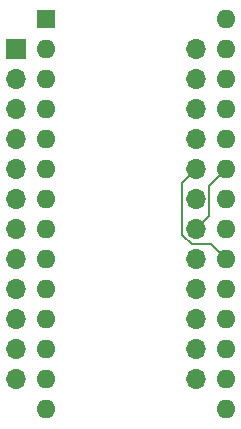
<source format=gbr>
%TF.GenerationSoftware,KiCad,Pcbnew,8.0.3*%
%TF.CreationDate,2024-06-13T03:25:15-07:00*%
%TF.ProjectId,rom adapter,726f6d20-6164-4617-9074-65722e6b6963,rev?*%
%TF.SameCoordinates,Original*%
%TF.FileFunction,Copper,L1,Top*%
%TF.FilePolarity,Positive*%
%FSLAX46Y46*%
G04 Gerber Fmt 4.6, Leading zero omitted, Abs format (unit mm)*
G04 Created by KiCad (PCBNEW 8.0.3) date 2024-06-13 03:25:15*
%MOMM*%
%LPD*%
G01*
G04 APERTURE LIST*
%TA.AperFunction,ComponentPad*%
%ADD10R,1.600000X1.600000*%
%TD*%
%TA.AperFunction,ComponentPad*%
%ADD11O,1.600000X1.600000*%
%TD*%
%TA.AperFunction,ComponentPad*%
%ADD12R,1.700000X1.700000*%
%TD*%
%TA.AperFunction,ComponentPad*%
%ADD13O,1.700000X1.700000*%
%TD*%
%TA.AperFunction,Conductor*%
%ADD14C,0.200000*%
%TD*%
G04 APERTURE END LIST*
D10*
%TO.P,U1,1,VPP*%
%TO.N,+5V*%
X127000000Y-73660000D03*
D11*
%TO.P,U1,2,A12*%
%TO.N,Net-(JP1-B)*%
X127000000Y-76200000D03*
%TO.P,U1,3,A7*%
%TO.N,Net-(U1-A7)*%
X127000000Y-78740000D03*
%TO.P,U1,4,A6*%
%TO.N,Net-(U1-A6)*%
X127000000Y-81280000D03*
%TO.P,U1,5,A5*%
%TO.N,Net-(U1-A5)*%
X127000000Y-83820000D03*
%TO.P,U1,6,A4*%
%TO.N,Net-(U1-A4)*%
X127000000Y-86360000D03*
%TO.P,U1,7,A3*%
%TO.N,Net-(U1-A3)*%
X127000000Y-88900000D03*
%TO.P,U1,8,A2*%
%TO.N,Net-(U1-A2)*%
X127000000Y-91440000D03*
%TO.P,U1,9,A1*%
%TO.N,Net-(U1-A1)*%
X127000000Y-93980000D03*
%TO.P,U1,10,A0*%
%TO.N,Net-(U1-A0)*%
X127000000Y-96520000D03*
%TO.P,U1,11,D0*%
%TO.N,Net-(U1-D0)*%
X127000000Y-99060000D03*
%TO.P,U1,12,D1*%
%TO.N,Net-(U1-D1)*%
X127000000Y-101600000D03*
%TO.P,U1,13,D2*%
%TO.N,Net-(U1-D2)*%
X127000000Y-104140000D03*
%TO.P,U1,14,GND*%
%TO.N,GND*%
X127000000Y-106680000D03*
%TO.P,U1,15,D3*%
%TO.N,Net-(U1-D3)*%
X142240000Y-106680000D03*
%TO.P,U1,16,D4*%
%TO.N,Net-(U1-D4)*%
X142240000Y-104140000D03*
%TO.P,U1,17,D5*%
%TO.N,Net-(U1-D5)*%
X142240000Y-101600000D03*
%TO.P,U1,18,D6*%
%TO.N,Net-(U1-D6)*%
X142240000Y-99060000D03*
%TO.P,U1,19,D7*%
%TO.N,Net-(U1-D7)*%
X142240000Y-96520000D03*
%TO.P,U1,20,~{CE}*%
%TO.N,Net-(JP1-A)*%
X142240000Y-93980000D03*
%TO.P,U1,21,A10*%
%TO.N,Net-(U1-A10)*%
X142240000Y-91440000D03*
%TO.P,U1,22,~{OE}*%
%TO.N,Net-(JP1-C)*%
X142240000Y-88900000D03*
%TO.P,U1,23,A11*%
%TO.N,Net-(U1-A11)*%
X142240000Y-86360000D03*
%TO.P,U1,24,A9*%
%TO.N,Net-(U1-A9)*%
X142240000Y-83820000D03*
%TO.P,U1,25,A8*%
%TO.N,Net-(U1-A8)*%
X142240000Y-81280000D03*
%TO.P,U1,26,NC*%
%TO.N,+5V*%
X142240000Y-78740000D03*
%TO.P,U1,27,~{PGM}*%
X142240000Y-76200000D03*
%TO.P,U1,28,VCC*%
X142240000Y-73660000D03*
%TD*%
D12*
%TO.P,U2,1,A7*%
%TO.N,Net-(U1-A7)*%
X124460000Y-76200000D03*
D13*
%TO.P,U2,2,A6*%
%TO.N,Net-(U1-A6)*%
X124460000Y-78740000D03*
%TO.P,U2,3,A5*%
%TO.N,Net-(U1-A5)*%
X124460000Y-81280000D03*
%TO.P,U2,4,A4*%
%TO.N,Net-(U1-A4)*%
X124460000Y-83820000D03*
%TO.P,U2,5,A3*%
%TO.N,Net-(U1-A3)*%
X124460000Y-86360000D03*
%TO.P,U2,6,A2*%
%TO.N,Net-(U1-A2)*%
X124460000Y-88900000D03*
%TO.P,U2,7,A1*%
%TO.N,Net-(U1-A1)*%
X124460000Y-91440000D03*
%TO.P,U2,8,A0*%
%TO.N,Net-(U1-A0)*%
X124460000Y-93980000D03*
%TO.P,U2,9,D0*%
%TO.N,Net-(U1-D0)*%
X124460000Y-96520000D03*
%TO.P,U2,10,D1*%
%TO.N,Net-(U1-D1)*%
X124460000Y-99060000D03*
%TO.P,U2,11,D2*%
%TO.N,Net-(U1-D2)*%
X124460000Y-101600000D03*
%TO.P,U2,12,GND*%
%TO.N,GND*%
X124460000Y-104140000D03*
%TO.P,U2,13,D3*%
%TO.N,Net-(U1-D3)*%
X139700000Y-104140000D03*
%TO.P,U2,14,D4*%
%TO.N,Net-(U1-D4)*%
X139700000Y-101600000D03*
%TO.P,U2,15,D5*%
%TO.N,Net-(U1-D5)*%
X139700000Y-99060000D03*
%TO.P,U2,16,D6*%
%TO.N,Net-(U1-D6)*%
X139700000Y-96520000D03*
%TO.P,U2,17,D7*%
%TO.N,Net-(U1-D7)*%
X139700000Y-93980000D03*
%TO.P,U2,18,A11*%
%TO.N,Net-(U1-A11)*%
X139700000Y-91440000D03*
%TO.P,U2,19,A10*%
%TO.N,Net-(U1-A10)*%
X139700000Y-88900000D03*
%TO.P,U2,20,~{CS_1}*%
%TO.N,Net-(JP1-A)*%
X139700000Y-86360000D03*
%TO.P,U2,21,A12*%
%TO.N,Net-(JP1-B)*%
X139700000Y-83820000D03*
%TO.P,U2,22,A9*%
%TO.N,Net-(U1-A9)*%
X139700000Y-81280000D03*
%TO.P,U2,23,A8*%
%TO.N,Net-(U1-A8)*%
X139700000Y-78740000D03*
%TO.P,U2,24,VCC*%
%TO.N,+5V*%
X139700000Y-76200000D03*
%TD*%
D14*
%TO.N,Net-(JP1-A)*%
X138550000Y-91916346D02*
X139343654Y-92710000D01*
X139700000Y-86360000D02*
X138550000Y-87510000D01*
X138550000Y-87510000D02*
X138550000Y-91916346D01*
X139343654Y-92710000D02*
X140970000Y-92710000D01*
X140970000Y-92710000D02*
X142240000Y-93980000D01*
%TO.N,Net-(U1-A11)*%
X140850000Y-87750000D02*
X140850000Y-90290000D01*
X142240000Y-86360000D02*
X140850000Y-87750000D01*
X140850000Y-90290000D02*
X139700000Y-91440000D01*
%TD*%
M02*

</source>
